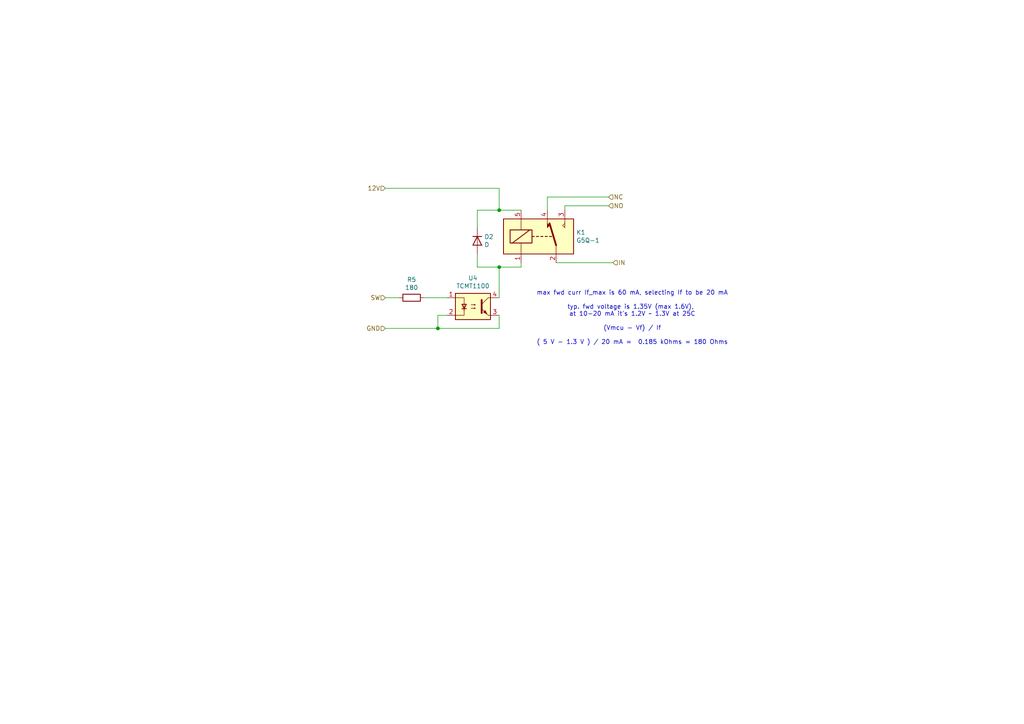
<source format=kicad_sch>
(kicad_sch (version 20231120) (generator "eeschema") (generator_version "8.0")
  (paper "A4")
  (lib_symbols
    (symbol "BREAD_Slice-rescue:R-OCI_UPL_1_Resistors" (pin_numbers hide) (pin_names (offset 0))
      (property "Reference" "R" (at 0 2.032 0))
      (property "Value" "R-OCI_UPL_1_Resistors" (at 0 0 0))
      (symbol "R-OCI_UPL_1_Resistors_0_1"
        (rectangle (start 2.54 -1.016) (end -2.54 1.016) (stroke (width 0.254)))
      )
      (symbol "R-OCI_UPL_1_Resistors_1_1"
        (pin passive line (at -3.81 0 0) (length 1.27) (name "~") (number "1"))
        (pin passive line (at 3.81 0 180) (length 1.27) (name "~") (number "2"))
      )
    )
    (symbol "Device:D" (pin_numbers hide) (pin_names (offset 1.016) hide)
      (property "Reference" "D" (at 0 2.54 0))
      (property "Value" "D" (at 0 -2.54 0))
      (symbol "D_0_1"
        (polyline (pts (xy -1.27 1.27) (xy -1.27 -1.27)) (stroke (width 0.254)))
        (polyline (pts (xy 1.27 0) (xy -1.27 0)))
        (polyline (pts (xy 1.27 1.27) (xy 1.27 -1.27) (xy -1.27 0) (xy 1.27 1.27)) (stroke (width 0.254)))
      )
      (symbol "D_1_1"
        (pin passive line (at -3.81 0 0) (length 2.54) (name "K") (number "1"))
        (pin passive line (at 3.81 0 180) (length 2.54) (name "A") (number "2"))
      )
    )
    (symbol "Isolator:TCMT1100" (pin_names (offset 1.016))
      (property "Reference" "U" (at 0 5.08 0))
      (property "Value" "TCMT1100" (at 0 -5.08 0))
      (symbol "TCMT1100_1_1"
        (rectangle (start -5.08 3.81) (end 5.08 -3.81) (stroke (width 0.254)) (fill (type background)))
        (polyline (pts (xy -3.175 -0.635) (xy -1.905 -0.635)) (stroke (width 0.254)))
        (polyline (pts (xy 2.54 0.635) (xy 4.445 2.54)))
        (polyline (pts (xy 4.445 -2.54) (xy 2.54 -0.635)) (fill (type outline)))
        (polyline (pts (xy 4.445 -2.54) (xy 5.08 -2.54)))
        (polyline (pts (xy 4.445 2.54) (xy 5.08 2.54)))
        (polyline (pts (xy -2.54 -0.635) (xy -2.54 -2.54) (xy -5.08 -2.54)))
        (polyline (pts (xy 2.54 1.905) (xy 2.54 -1.905) (xy 2.54 -1.905)) (stroke (width 0.508)))
        (polyline (pts (xy -5.08 2.54) (xy -2.54 2.54) (xy -2.54 -1.27) (xy -2.54 0.635)))
        (polyline (pts (xy -2.54 -0.635) (xy -3.175 0.635) (xy -1.905 0.635) (xy -2.54 -0.635)) (stroke (width 0.254)))
        (polyline (pts (xy -0.508 -0.508) (xy 0.762 -0.508) (xy 0.381 -0.635) (xy 0.381 -0.381) (xy 0.762 -0.508)))
        (polyline (pts (xy -0.508 0.508) (xy 0.762 0.508) (xy 0.381 0.381) (xy 0.381 0.635) (xy 0.762 0.508)))
        (polyline (pts (xy 3.048 -1.651) (xy 3.556 -1.143) (xy 4.064 -2.159) (xy 3.048 -1.651) (xy 3.048 -1.651)) (fill (type outline)))
        (pin passive line (at -7.62 2.54 0) (length 2.54) (name "~") (number "1"))
        (pin passive line (at -7.62 -2.54 0) (length 2.54) (name "~") (number "2"))
        (pin passive line (at 7.62 -2.54 180) (length 2.54) (name "~") (number "3"))
        (pin passive line (at 7.62 2.54 180) (length 2.54) (name "~") (number "4"))
      )
    )
    (symbol "Relay:G5Q-1"
      (property "Reference" "K" (at 11.43 3.81 0))
      (property "Value" "G5Q-1" (at 11.43 1.27 0))
      (symbol "G5Q-1_0_0"
        (polyline (pts (xy 7.62 5.08) (xy 7.62 2.54) (xy 6.985 3.175) (xy 7.62 3.81)))
      )
      (symbol "G5Q-1_0_1"
        (rectangle (start -10.16 5.08) (end 10.16 -5.08) (stroke (width 0.254)) (fill (type background)))
        (rectangle (start -8.255 1.905) (end -1.905 -1.905) (stroke (width 0.254)))
        (polyline (pts (xy -7.62 -1.905) (xy -2.54 1.905)) (stroke (width 0.254)))
        (polyline (pts (xy -5.08 -5.08) (xy -5.08 -1.905)))
        (polyline (pts (xy -5.08 5.08) (xy -5.08 1.905)))
        (polyline (pts (xy -1.905 0) (xy -1.27 0)) (stroke (width 0.254)))
        (polyline (pts (xy -0.635 0) (xy 0 0)) (stroke (width 0.254)))
        (polyline (pts (xy 0.635 0) (xy 1.27 0)) (stroke (width 0.254)))
        (polyline (pts (xy 1.905 0) (xy 2.54 0)) (stroke (width 0.254)))
        (polyline (pts (xy 3.175 0) (xy 3.81 0)) (stroke (width 0.254)))
        (polyline (pts (xy 5.08 -2.54) (xy 3.175 3.81)) (stroke (width 0.508)))
        (polyline (pts (xy 5.08 -2.54) (xy 5.08 -5.08)))
        (polyline (pts (xy 2.54 5.08) (xy 2.54 2.54) (xy 3.175 3.175) (xy 2.54 3.81)) (fill (type outline)))
      )
      (symbol "G5Q-1_1_1"
        (pin passive line (at -5.08 -7.62 90) (length 2.54) (name "~") (number "1"))
        (pin passive line (at 5.08 -7.62 90) (length 2.54) (name "~") (number "2"))
        (pin passive line (at 7.62 7.62 270) (length 2.54) (name "~") (number "3"))
        (pin passive line (at 2.54 7.62 270) (length 2.54) (name "~") (number "4"))
        (pin passive line (at -5.08 7.62 270) (length 2.54) (name "~") (number "5"))
      )
    )
  )
  (junction (at 144.78 60.96))
  (junction (at 127 95.25))
  (junction (at 144.78 77.47))
  (wire (pts (xy 144.78 77.47) (xy 144.78 86.36)))
  (wire (pts (xy 158.75 57.15) (xy 176.53 57.15)))
  (wire (pts (xy 111.76 95.25) (xy 127 95.25)))
  (wire (pts (xy 158.75 60.96) (xy 158.75 57.15)))
  (wire (pts (xy 163.83 59.69) (xy 176.53 59.69)))
  (wire (pts (xy 111.76 86.36) (xy 115.57 86.36)))
  (wire (pts (xy 151.13 60.96) (xy 144.78 60.96)))
  (wire (pts (xy 129.54 91.44) (xy 127 91.44)))
  (wire (pts (xy 111.76 54.61) (xy 144.78 54.61)))
  (wire (pts (xy 144.78 54.61) (xy 144.78 60.96)))
  (wire (pts (xy 127 91.44) (xy 127 95.25)))
  (wire (pts (xy 138.43 73.66) (xy 138.43 77.47)))
  (wire (pts (xy 144.78 91.44) (xy 144.78 95.25)))
  (wire (pts (xy 161.29 76.2) (xy 177.8 76.2)))
  (wire (pts (xy 138.43 60.96) (xy 144.78 60.96)))
  (wire (pts (xy 138.43 66.04) (xy 138.43 60.96)))
  (wire (pts (xy 123.19 86.36) (xy 129.54 86.36)))
  (wire (pts (xy 151.13 77.47) (xy 144.78 77.47)))
  (wire (pts (xy 127 95.25) (xy 144.78 95.25)))
  (wire (pts (xy 151.13 77.47) (xy 151.13 76.2)))
  (wire (pts (xy 163.83 60.96) (xy 163.83 59.69)))
  (wire (pts (xy 138.43 77.47) (xy 144.78 77.47)))
  (text "max fwd curr If_max is 60 mA, selecting If to be 20 mA\n\ntyp. fwd voltage is 1.35V (max 1.6V), \nat 10-20 mA it's 1.2V ~ 1.3V at 25C\n\n(Vmcu - Vf) / If\n\n( 5 V - 1.3 V ) / 20 mA =  0.185 kOhms = 180 Ohms" (at 183.388 92.202 0) (effects (font (size 1.27 1.27))))
  (hierarchical_label "12V" (shape input) (at 111.76 54.61 180))
  (hierarchical_label "IN" (shape input) (at 177.8 76.2 0))
  (hierarchical_label "NC" (shape input) (at 176.53 57.15 0))
  (hierarchical_label "SW" (shape input) (at 111.76 86.36 180))
  (hierarchical_label "GND" (shape input) (at 111.76 95.25 180))
  (hierarchical_label "NO" (shape input) (at 176.53 59.69 0))
  (symbol (lib_id "Isolator:TCMT1100") (at 137.16 88.9 0) (unit 1)
    (property "Reference" "U4" (at 137.16 80.645 0))
    (property "Value" "TCMT1100" (at 137.16 82.9564 0))
    (property "Footprint" "Package_SO:SOP-4_4.4x2.6mm_P1.27mm" (effects (hide yes)))
    (property "TC_DATAsheet" "http://www.vishay.com/docs/83510/tcmt1100.pdf" (effects (hide yes)))
    (instances (project "BREAD_Slice" (path "" (reference "U4") (unit 1)) (path "" (reference "U5") (unit 1))))
  )
  (symbol (lib_id "Device:D") (at 138.43 69.85 270) (unit 1)
    (property "Reference" "D2" (at 140.462 68.6816 90) (effects (justify left)))
    (property "Value" "D" (at 140.462 70.993 90) (effects (justify left)))
    (property "Footprint" "Diode_THT:D_DO-35_SOD27_P7.62mm_Horizontal" (effects (hide yes)))
    (instances (project "BREAD_Slice" (path "" (reference "D2") (unit 1)) (path "" (reference "D3") (unit 1))))
  )
  (symbol (lib_id "BREAD_Slice-rescue:R-OCI_UPL_1_Resistors") (at 119.38 86.36 0) (unit 1)
    (property "Reference" "R5" (at 119.38 81.1022 0))
    (property "Value" "180" (at 119.38 83.4136 0))
    (property "Footprint" "Resistor_SMD:R_1206_3216Metric_Pad1.30x1.75mm_HandSolder" (effects (hide yes)))
    (instances (project "BREAD_Slice" (path "" (reference "R5") (unit 1)) (path "" (reference "R6") (unit 1))))
  )
  (symbol (lib_id "Relay:G5Q-1") (at 156.21 68.58 0) (unit 1)
    (property "Reference" "K1" (at 167.132 67.4116 0) (effects (justify left)))
    (property "Value" "G5Q-1" (at 167.132 69.723 0) (effects (justify left)))
    (property "Footprint" "Relay_THT:Relay_SPDT_Omron-G5Q-1" (effects (hide yes)))
    (property "TC_DATAsheet" "https://www.omron.com/ecb/products/pdf/en-g5q.pdf" (effects (hide yes)))
    (instances (project "BREAD_Slice" (path "" (reference "K1") (unit 1)) (path "" (reference "K2") (unit 1))))
  )
)
</source>
